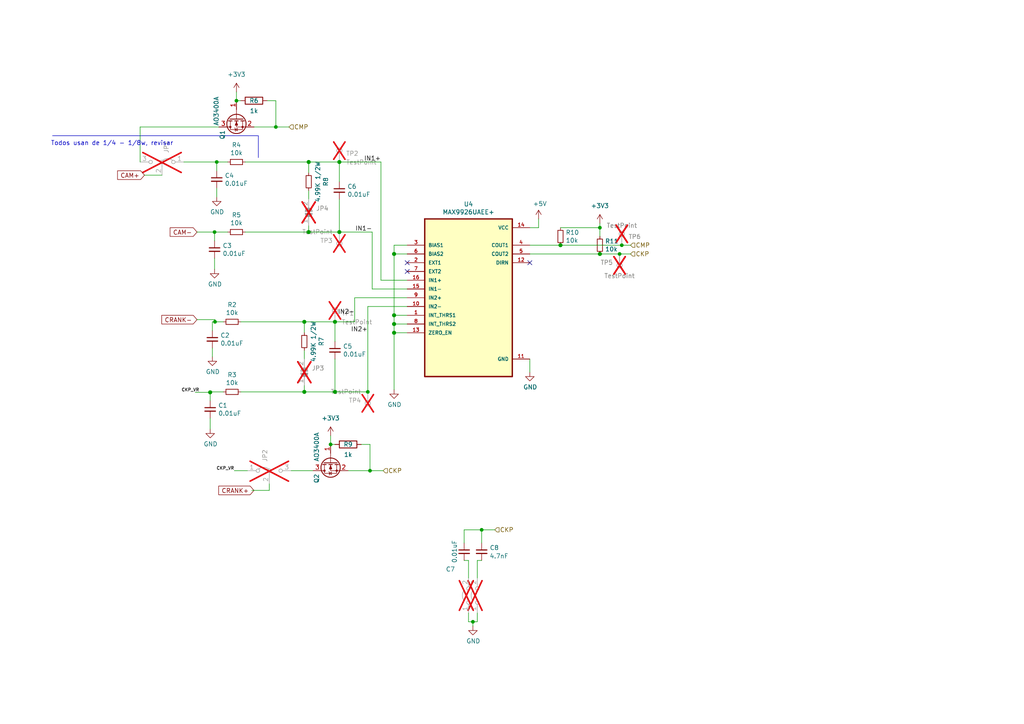
<source format=kicad_sch>
(kicad_sch (version 20231120) (generator "eeschema") (generator_version "8.0")
  (paper "A4")
  (title_block (title "μEFI (Speeduino FW compatible)") (date "2023-12-25") (rev "v6.1") (company "Churrosoft ®") (comment 1 "CERN-OHL-S-2.0 license"))
  (lib_symbols
    (symbol "Connector:TestPoint" (pin_numbers hide) (pin_names (offset 0.762) hide)
      (property "Reference" "TP" (at 0 6.858 0))
      (property "Value" "TestPoint" (at 0 5.08 0))
      (symbol "TestPoint_0_1"
        (circle (center 0 3.302) (radius 0.762))
      )
      (symbol "TestPoint_1_1"
        (pin passive line (at 0 0 90) (length 2.54) (name "1") (number "1"))
      )
    )
    (symbol "Device:C_Small" (pin_numbers hide) (pin_names (offset 0.254) hide)
      (property "Reference" "C" (at 0.254 1.778 0))
      (property "Value" "C_Small" (at 0.254 -2.032 0))
      (symbol "C_Small_0_1"
        (polyline (pts (xy -1.524 -0.508) (xy 1.524 -0.508)) (stroke (width 0.3302)))
        (polyline (pts (xy -1.524 0.508) (xy 1.524 0.508)) (stroke (width 0.3048)))
      )
      (symbol "C_Small_1_1"
        (pin passive line (at 0 2.54 270) (length 2.032) (name "~") (number "1"))
        (pin passive line (at 0 -2.54 90) (length 2.032) (name "~") (number "2"))
      )
    )
    (symbol "Device:R" (pin_numbers hide) (pin_names (offset 0))
      (property "Reference" "R" (at 2.032 0 90))
      (property "Value" "R" (at 0 0 90))
      (symbol "R_0_1"
        (rectangle (start -1.016 -2.54) (end 1.016 2.54) (stroke (width 0.254)))
      )
      (symbol "R_1_1"
        (pin passive line (at 0 3.81 270) (length 1.27) (name "~") (number "1"))
        (pin passive line (at 0 -3.81 90) (length 1.27) (name "~") (number "2"))
      )
    )
    (symbol "Device:R_Small" (pin_numbers hide) (pin_names (offset 0.254) hide)
      (property "Reference" "R" (at 0.762 0.508 0))
      (property "Value" "R_Small" (at 0.762 -1.016 0))
      (symbol "R_Small_0_1"
        (rectangle (start -0.762 1.778) (end 0.762 -1.778) (stroke (width 0.2032)))
      )
      (symbol "R_Small_1_1"
        (pin passive line (at 0 2.54 270) (length 0.762) (name "~") (number "1"))
        (pin passive line (at 0 -2.54 90) (length 0.762) (name "~") (number "2"))
      )
    )
    (symbol "Jumper:Jumper_2_Open" (pin_names (offset 0) hide)
      (property "Reference" "JP" (at 0 2.794 0))
      (property "Value" "Jumper_2_Open" (at 0 -2.286 0))
      (symbol "Jumper_2_Open_0_0"
        (circle (center -2.032 0) (radius 0.508))
        (circle (center 2.032 0) (radius 0.508))
      )
      (symbol "Jumper_2_Open_0_1"
        (arc (start 1.524 1.27) (mid 0 1.778) (end -1.524 1.27))
      )
      (symbol "Jumper_2_Open_1_1"
        (pin passive line (at -5.08 0 0) (length 2.54) (name "A") (number "1"))
        (pin passive line (at 5.08 0 180) (length 2.54) (name "B") (number "2"))
      )
    )
    (symbol "Jumper:Jumper_3_Bridged12" (pin_names (offset 0) hide)
      (property "Reference" "JP" (at -2.54 -2.54 0))
      (property "Value" "Jumper_3_Bridged12" (at 0 2.794 0))
      (symbol "Jumper_3_Bridged12_0_0"
        (circle (center -3.302 0) (radius 0.508))
        (circle (center 0 0) (radius 0.508))
        (circle (center 3.302 0) (radius 0.508))
      )
      (symbol "Jumper_3_Bridged12_0_1"
        (arc (start -0.254 0.508) (mid -1.651 0.9912) (end -3.048 0.508))
        (polyline (pts (xy 0 -1.27) (xy 0 -0.508)))
      )
      (symbol "Jumper_3_Bridged12_1_1"
        (pin passive line (at -6.35 0 0) (length 2.54) (name "A") (number "1"))
        (pin passive line (at 0 -3.81 90) (length 2.54) (name "C") (number "2"))
        (pin passive line (at 6.35 0 180) (length 2.54) (name "B") (number "3"))
      )
    )
    (symbol "Jumper:SolderJumper_2_Open" (pin_names (offset 0) hide)
      (property "Reference" "JP" (at 0 2.032 0))
      (property "Value" "SolderJumper_2_Open" (at 0 -2.54 0))
      (symbol "SolderJumper_2_Open_0_1"
        (arc (start -0.254 1.016) (mid -1.2656 0) (end -0.254 -1.016))
        (arc (start -0.254 1.016) (mid -1.2656 0) (end -0.254 -1.016) (fill (type outline)))
        (polyline (pts (xy -0.254 1.016) (xy -0.254 -1.016)))
        (polyline (pts (xy 0.254 1.016) (xy 0.254 -1.016)))
        (arc (start 0.254 -1.016) (mid 1.2656 0) (end 0.254 1.016))
        (arc (start 0.254 -1.016) (mid 1.2656 0) (end 0.254 1.016) (fill (type outline)))
      )
      (symbol "SolderJumper_2_Open_1_1"
        (pin passive line (at -3.81 0 0) (length 2.54) (name "A") (number "1"))
        (pin passive line (at 3.81 0 180) (length 2.54) (name "B") (number "2"))
      )
    )
    (symbol "OpenEFI-STM32-rev3:MAX9926UAEE+" (pin_names (offset 1.016))
      (property "Reference" "U" (at -12.7 23.8506 0))
      (property "Value" "MAX9926UAEE+" (at -12.7 -26.8478 0))
      (symbol "MAX9926UAEE+_0_0"
        (rectangle (start -12.7 -22.86) (end 12.7 22.86) (stroke (width 0.4064)) (fill (type background)))
        (pin input line (at -17.78 -5.08 0) (length 5.08) (name "INT_THRS1") (number "1"))
        (pin input line (at -17.78 -2.54 0) (length 5.08) (name "IN2-") (number "10"))
        (pin power_in line (at 17.78 -17.78 180) (length 5.08) (name "GND") (number "11"))
        (pin output line (at 17.78 10.16 180) (length 5.08) (name "DIRN") (number "12"))
        (pin input line (at -17.78 -10.16 0) (length 5.08) (name "ZERO_EN") (number "13"))
        (pin power_in line (at 17.78 20.32 180) (length 5.08) (name "VCC") (number "14"))
        (pin input line (at -17.78 2.54 0) (length 5.08) (name "IN1-") (number "15"))
        (pin input line (at -17.78 5.08 0) (length 5.08) (name "IN1+") (number "16"))
        (pin input line (at -17.78 10.16 0) (length 5.08) (name "EXT1") (number "2"))
        (pin input line (at -17.78 15.24 0) (length 5.08) (name "BIAS1") (number "3"))
        (pin output line (at 17.78 15.24 180) (length 5.08) (name "COUT1") (number "4"))
        (pin output line (at 17.78 12.7 180) (length 5.08) (name "COUT2") (number "5"))
        (pin input line (at -17.78 12.7 0) (length 5.08) (name "BIAS2") (number "6"))
        (pin input line (at -17.78 7.62 0) (length 5.08) (name "EXT2") (number "7"))
        (pin input line (at -17.78 -7.62 0) (length 5.08) (name "INT_THRS2") (number "8"))
        (pin input line (at -17.78 0 0) (length 5.08) (name "IN2+") (number "9"))
      )
    )
    (symbol "Transistor_FET:AO3400A" (pin_names hide)
      (property "Reference" "Q" (at 5.08 1.905 0))
      (property "Value" "AO3400A" (at 5.08 0 0))
      (symbol "AO3400A_0_1"
        (polyline (pts (xy 0.254 0) (xy -2.54 0)))
        (polyline (pts (xy 0.254 1.905) (xy 0.254 -1.905)) (stroke (width 0.254)))
        (polyline (pts (xy 0.762 -1.27) (xy 0.762 -2.286)) (stroke (width 0.254)))
        (polyline (pts (xy 0.762 0.508) (xy 0.762 -0.508)) (stroke (width 0.254)))
        (polyline (pts (xy 0.762 2.286) (xy 0.762 1.27)) (stroke (width 0.254)))
        (polyline (pts (xy 2.54 2.54) (xy 2.54 1.778)))
        (polyline (pts (xy 2.54 -2.54) (xy 2.54 0) (xy 0.762 0)))
        (polyline (pts (xy 0.762 -1.778) (xy 3.302 -1.778) (xy 3.302 1.778) (xy 0.762 1.778)))
        (polyline (pts (xy 1.016 0) (xy 2.032 0.381) (xy 2.032 -0.381) (xy 1.016 0)) (fill (type outline)))
        (polyline (pts (xy 2.794 0.508) (xy 2.921 0.381) (xy 3.683 0.381) (xy 3.81 0.254)))
        (polyline (pts (xy 3.302 0.381) (xy 2.921 -0.254) (xy 3.683 -0.254) (xy 3.302 0.381)))
        (circle (center 1.651 0) (radius 2.794) (stroke (width 0.254)))
        (circle (center 2.54 -1.778) (radius 0.254) (fill (type outline)))
        (circle (center 2.54 1.778) (radius 0.254) (fill (type outline)))
      )
      (symbol "AO3400A_1_1"
        (pin input line (at -5.08 0 0) (length 2.54) (name "G") (number "1"))
        (pin passive line (at 2.54 -5.08 90) (length 2.54) (name "S") (number "2"))
        (pin passive line (at 2.54 5.08 270) (length 2.54) (name "D") (number "3"))
      )
    )
    (symbol "power:+3V3" (power) (pin_names (offset 0))
      (property "Value" "+3V3" (at 0 3.556 0))
      (symbol "+3V3_0_1"
        (polyline (pts (xy -0.762 1.27) (xy 0 2.54)))
        (polyline (pts (xy 0 0) (xy 0 2.54)))
        (polyline (pts (xy 0 2.54) (xy 0.762 1.27)))
      )
      (symbol "+3V3_1_1"
        (pin power_in line (at 0 0 90) (length 0) hide (name "+3V3") (number "1"))
      )
    )
    (symbol "power:+5V" (power) (pin_names (offset 0))
      (property "Value" "+5V" (at 0 3.556 0))
      (symbol "+5V_0_1"
        (polyline (pts (xy -0.762 1.27) (xy 0 2.54)))
        (polyline (pts (xy 0 0) (xy 0 2.54)))
        (polyline (pts (xy 0 2.54) (xy 0.762 1.27)))
      )
      (symbol "+5V_1_1"
        (pin power_in line (at 0 0 90) (length 0) hide (name "+5V") (number "1"))
      )
    )
    (symbol "power:GND" (power) (pin_names (offset 0))
      (property "Value" "GND" (at 0 -3.81 0))
      (symbol "GND_0_1"
        (polyline (pts (xy 0 0) (xy 0 -1.27) (xy 1.27 -1.27) (xy 0 -2.54) (xy -1.27 -1.27) (xy 0 -1.27)))
      )
      (symbol "GND_1_1"
        (pin power_in line (at 0 0 270) (length 0) hide (name "GND") (number "1"))
      )
    )
  )
  (junction (at 179.705 73.66) (diameter 0.9144))
  (junction (at 114.3 93.98) (diameter 1.016))
  (junction (at 98.425 67.31) (diameter 1.016))
  (junction (at 62.357 93.345))
  (junction (at 88.265 93.345) (diameter 1.016))
  (junction (at 60.96 113.792) (diameter 1.016))
  (junction (at 180.34 71.12) (diameter 0.9144))
  (junction (at 97.155 93.345) (diameter 1.016))
  (junction (at 162.56 71.12) (diameter 1.016))
  (junction (at 173.99 73.66) (diameter 1.016))
  (junction (at 80.01 36.83))
  (junction (at 95.885 128.905))
  (junction (at 137.16 180.34))
  (junction (at 62.865 46.99))
  (junction (at 98.425 46.99) (diameter 1.016))
  (junction (at 89.535 46.99) (diameter 1.016))
  (junction (at 88.265 113.665) (diameter 1.016))
  (junction (at 62.23 67.31))
  (junction (at 139.7 153.67))
  (junction (at 68.58 29.21))
  (junction (at 106.68 113.665) (diameter 0.9144))
  (junction (at 97.155 113.665) (diameter 1.016))
  (junction (at 114.3 73.66) (diameter 1.016))
  (junction (at 173.99 66.04))
  (junction (at 114.3 96.52) (diameter 1.016))
  (junction (at 114.3 91.44) (diameter 1.016))
  (junction (at 107.315 136.525))
  (junction (at 89.535 67.31) (diameter 1.016))
  (no_connect (at 118.11 76.2))
  (no_connect (at 118.11 78.74))
  (no_connect (at 153.67 76.2))
  (wire (pts (xy 78.105 142.24) (xy 78.105 140.335)))
  (wire (pts (xy 156.21 63.5) (xy 156.21 66.04)))
  (wire (pts (xy 62.23 67.31) (xy 62.23 69.85)))
  (wire (pts (xy 102.87 86.36) (xy 102.87 93.345)))
  (wire (pts (xy 153.67 73.66) (xy 173.99 73.66)))
  (wire (pts (xy 114.3 91.44) (xy 118.11 91.44)))
  (wire (pts (xy 68.58 26.67) (xy 68.58 29.21)))
  (wire (pts (xy 90.805 136.525) (xy 84.455 136.525)))
  (wire (pts (xy 180.34 71.12) (xy 182.88 71.12)))
  (wire (pts (xy 139.7 153.67) (xy 139.7 157.48)))
  (wire (pts (xy 62.865 46.99) (xy 66.04 46.99)))
  (wire (pts (xy 97.155 99.06) (xy 97.155 93.345)))
  (wire (pts (xy 89.535 67.31) (xy 98.425 67.31)))
  (wire (pts (xy 68.58 29.21) (xy 69.85 29.21)))
  (wire (pts (xy 135.89 162.56) (xy 135.89 167.64)))
  (wire (pts (xy 107.315 128.905) (xy 107.315 136.525)))
  (wire (pts (xy 173.99 66.04) (xy 162.56 66.04)))
  (wire (pts (xy 137.16 180.34) (xy 138.43 180.34)))
  (wire (pts (xy 107.315 136.525) (xy 111.125 136.525)))
  (wire (pts (xy 80.01 36.83) (xy 73.66 36.83)))
  (wire (pts (xy 118.11 81.28) (xy 110.49 81.28)))
  (wire (pts (xy 153.67 104.14) (xy 153.67 107.95)))
  (wire (pts (xy 62.357 93.345) (xy 61.595 93.345)))
  (wire (pts (xy 135.89 177.8) (xy 135.89 180.34)))
  (wire (pts (xy 60.96 121.285) (xy 60.96 124.46)))
  (wire (pts (xy 89.535 55.245) (xy 89.535 57.785)))
  (wire (pts (xy 114.3 93.98) (xy 114.3 91.44)))
  (wire (pts (xy 88.265 111.76) (xy 88.265 113.665)))
  (wire (pts (xy 106.68 88.9) (xy 106.68 113.665)))
  (wire (pts (xy 114.3 93.98) (xy 118.11 93.98)))
  (wire (pts (xy 62.357 93.345) (xy 64.77 93.345)))
  (wire (pts (xy 138.43 162.56) (xy 138.43 167.64)))
  (wire (pts (xy 173.99 68.58) (xy 173.99 66.04)))
  (wire (pts (xy 53.34 46.99) (xy 62.865 46.99)))
  (wire (pts (xy 69.85 113.665) (xy 88.265 113.665)))
  (wire (pts (xy 62.865 54.61) (xy 62.865 57.15)))
  (wire (pts (xy 114.3 113.03) (xy 114.3 96.52)))
  (wire (pts (xy 95.885 128.905) (xy 97.155 128.905)))
  (wire (pts (xy 60.96 113.665) (xy 64.77 113.665)))
  (wire (pts (xy 62.357 92.71) (xy 62.357 93.345)))
  (wire (pts (xy 56.642 113.792) (xy 60.96 113.792)))
  (wire (pts (xy 98.425 46.99) (xy 89.535 46.99)))
  (wire (pts (xy 107.95 83.82) (xy 107.95 67.31)))
  (wire (pts (xy 60.96 113.665) (xy 60.96 113.792)))
  (polyline (pts (xy 74.93 45.72) (xy 74.93 39.37)))
  (wire (pts (xy 114.3 73.66) (xy 114.3 91.44)))
  (wire (pts (xy 57.15 67.31) (xy 62.23 67.31)))
  (wire (pts (xy 110.49 46.99) (xy 98.425 46.99)))
  (wire (pts (xy 80.01 29.21) (xy 80.01 36.83)))
  (wire (pts (xy 137.16 180.34) (xy 137.16 181.61)))
  (wire (pts (xy 71.12 67.31) (xy 89.535 67.31)))
  (wire (pts (xy 118.11 86.36) (xy 102.87 86.36)))
  (wire (pts (xy 61.595 95.885) (xy 61.595 93.345)))
  (wire (pts (xy 73.025 142.24) (xy 78.105 142.24)))
  (wire (pts (xy 173.99 73.66) (xy 179.705 73.66)))
  (wire (pts (xy 61.595 100.965) (xy 61.595 103.505)))
  (wire (pts (xy 139.7 162.56) (xy 138.43 162.56)))
  (wire (pts (xy 179.705 73.66) (xy 182.88 73.66)))
  (wire (pts (xy 89.535 50.165) (xy 89.535 46.99)))
  (wire (pts (xy 89.535 65.405) (xy 89.535 67.31)))
  (wire (pts (xy 88.265 113.665) (xy 97.155 113.665)))
  (wire (pts (xy 104.775 128.905) (xy 107.315 128.905)))
  (wire (pts (xy 98.425 57.785) (xy 98.425 67.31)))
  (wire (pts (xy 139.7 153.67) (xy 143.51 153.67)))
  (wire (pts (xy 107.315 136.525) (xy 100.965 136.525)))
  (wire (pts (xy 134.62 153.67) (xy 139.7 153.67)))
  (wire (pts (xy 97.155 93.345) (xy 88.265 93.345)))
  (wire (pts (xy 114.3 96.52) (xy 114.3 93.98)))
  (wire (pts (xy 118.11 83.82) (xy 107.95 83.82)))
  (wire (pts (xy 134.62 157.48) (xy 134.62 153.67)))
  (wire (pts (xy 138.43 177.8) (xy 138.43 180.34)))
  (wire (pts (xy 88.265 101.6) (xy 88.265 104.14)))
  (wire (pts (xy 80.01 36.83) (xy 83.82 36.83)))
  (wire (pts (xy 118.11 71.12) (xy 114.3 71.12)))
  (wire (pts (xy 88.265 96.52) (xy 88.265 93.345)))
  (wire (pts (xy 118.11 88.9) (xy 106.68 88.9)))
  (wire (pts (xy 135.89 180.34) (xy 137.16 180.34)))
  (wire (pts (xy 134.62 162.56) (xy 135.89 162.56)))
  (wire (pts (xy 110.49 81.28) (xy 110.49 46.99)))
  (wire (pts (xy 62.865 49.53) (xy 62.865 46.99)))
  (wire (pts (xy 71.12 46.99) (xy 89.535 46.99)))
  (wire (pts (xy 114.3 71.12) (xy 114.3 73.66)))
  (wire (pts (xy 153.67 71.12) (xy 162.56 71.12)))
  (wire (pts (xy 106.68 113.665) (xy 97.155 113.665)))
  (wire (pts (xy 95.885 126.365) (xy 95.885 128.905)))
  (wire (pts (xy 114.3 96.52) (xy 118.11 96.52)))
  (wire (pts (xy 98.425 52.705) (xy 98.425 46.99)))
  (wire (pts (xy 107.95 67.31) (xy 98.425 67.31)))
  (wire (pts (xy 57.15 92.71) (xy 62.357 92.71)))
  (wire (pts (xy 156.21 66.04) (xy 153.67 66.04)))
  (wire (pts (xy 173.99 64.77) (xy 173.99 66.04)))
  (wire (pts (xy 60.96 113.792) (xy 60.96 116.205)))
  (wire (pts (xy 77.47 29.21) (xy 80.01 29.21)))
  (wire (pts (xy 118.11 73.66) (xy 114.3 73.66)))
  (wire (pts (xy 97.155 104.14) (xy 97.155 113.665)))
  (polyline (pts (xy 15.24 39.37) (xy 74.93 39.37)))
  (wire (pts (xy 40.64 36.83) (xy 63.5 36.83)))
  (wire (pts (xy 102.87 93.345) (xy 97.155 93.345)))
  (wire (pts (xy 62.23 67.31) (xy 66.04 67.31)))
  (wire (pts (xy 62.23 74.93) (xy 62.23 78.105)))
  (wire (pts (xy 40.64 46.99) (xy 40.64 36.83)))
  (wire (pts (xy 162.56 71.12) (xy 180.34 71.12)))
  (wire (pts (xy 67.945 136.525) (xy 71.755 136.525)))
  (wire (pts (xy 69.85 93.345) (xy 88.265 93.345)))
  (wire (pts (xy 41.91 50.8) (xy 46.99 50.8)))
  (text "Todos usan de 1/4 - 1/8w, revisar" (at 32.512 41.656 0) (effects (font (size 1.27 1.27))))
  (label "CKP_VR" (at 57.8104 113.792 180) (effects (font (size 0.889 0.889))))
  (label "IN2-" (at 102.87 91.44 180))
  (label "IN1-" (at 107.95 67.31 180))
  (label "IN1+" (at 110.49 46.99 180))
  (label "CKP_VR" (at 67.945 136.525 180) (effects (font (size 0.889 0.889))))
  (label "IN2+" (at 106.68 96.52 180))
  (global_label "CAM+" (shape input) (at 41.91 50.8 180) (property "Intersheetrefs" "${INTERSHEET_REFS}" (effects (hide yes))))
  (global_label "CAM-" (shape input) (at 57.15 67.31 180) (property "Intersheetrefs" "${INTERSHEET_REFS}" (effects (hide yes))))
  (global_label "CRANK+" (shape input) (at 73.66 142.24 180) (property "Intersheetrefs" "${INTERSHEET_REFS}" (effects (hide yes))))
  (global_label "CRANK-" (shape input) (at 57.15 92.71 180) (property "Intersheetrefs" "${INTERSHEET_REFS}" (effects (hide yes))))
  (hierarchical_label "CMP" (shape input) (at 182.88 71.12 0))
  (hierarchical_label "CKP" (shape input) (at 143.51 153.67 0))
  (hierarchical_label "CMP" (shape input) (at 83.82 36.83 0))
  (hierarchical_label "CKP" (shape input) (at 111.125 136.525 0))
  (hierarchical_label "CKP" (shape input) (at 182.88 73.66 0))
  (symbol (lib_id "Device:C_Small") (at 60.96 118.745 0) (unit 1)
    (property "Reference" "C1" (at 63.2842 117.5956 0) (effects (justify left)))
    (property "Value" "0.01uF" (at 63.2842 119.8943 0) (effects (justify left)))
    (property "Footprint" "Capacitor_SMD:C_0805_2012Metric" (effects (hide yes)))
    (property "LCSC" "C100042" (effects (hide yes)))
    (property "STOCK" "CAP-000323-00" (effects (hide yes)))
  )
  (symbol (lib_id "power:GND") (at 60.96 124.46 0) (unit 1)
    (property "Reference" "#PWR08" (effects (hide yes)))
    (property "Value" "GND" (at 61.0743 128.7844 0))
  )
  (symbol (lib_id "power:GND") (at 153.67 107.95 0) (unit 1)
    (property "Reference" "#PWR021" (effects (hide yes)))
    (property "Value" "GND" (at 153.7843 112.2744 0))
  )
  (symbol (lib_id "Device:C_Small") (at 139.7 160.02 0) (unit 1)
    (property "Reference" "C8" (at 142.0242 158.8706 0) (effects (justify left)))
    (property "Value" "4.7nF" (at 141.986 161.29 0) (effects (justify left)))
    (property "Footprint" "Capacitor_SMD:C_0805_2012Metric" (effects (hide yes)))
    (property "LCSC" "C106218" (effects (hide yes)))
    (property "STOCK" "CAP-000324-00" (effects (hide yes)))
  )
  (symbol (lib_id "Device:R") (at 100.965 128.905 90) (mirror x) (unit 1)
    (property "Reference" "R9" (at 100.965 128.905 90))
    (property "Value" "1k" (at 100.965 131.8514 90))
    (property "Footprint" "Resistor_SMD:R_0603_1608Metric" (effects (hide yes)))
    (property "LCSC" "C21190" (effects (hide yes)))
    (property "STOCK" "RES-000107-00" (effects (hide yes)))
  )
  (symbol (lib_id "Transistor_FET:AO3400A") (at 68.58 34.29 90) (mirror x) (unit 1)
    (property "Reference" "Q1" (at 64.5159 37.719 0) (effects (justify left)))
    (property "Value" "AO3400A" (at 62.738 27.94 0) (effects (justify left)))
    (property "Footprint" "Package_TO_SOT_SMD:SOT-23" (effects (hide yes)))
    (property "Datasheet" "http://www.aosmd.com/pdfs/datasheet/AO3400A.pdf" (effects (hide yes)))
    (property "LCSC" "C347475" (effects (hide yes)))
    (property "STOCK" "TRA-000186-00" (effects (hide yes)))
  )
  (symbol (lib_id "Device:C_Small") (at 98.425 55.245 0) (unit 1)
    (property "Reference" "C6" (at 100.7492 54.0956 0) (effects (justify left)))
    (property "Value" "0.01uF" (at 100.7492 56.3943 0) (effects (justify left)))
    (property "Footprint" "Capacitor_SMD:C_0805_2012Metric" (effects (hide yes)))
    (property "LCSC" "C100042" (effects (hide yes)))
    (property "STOCK" "CAP-000323-00" (effects (hide yes)))
  )
  (symbol (lib_id "Transistor_FET:AO3400A") (at 95.885 133.985 90) (mirror x) (unit 1)
    (property "Reference" "Q2" (at 91.8209 137.414 0) (effects (justify left)))
    (property "Value" "AO3400A" (at 91.821 125.349 0) (effects (justify left)))
    (property "Footprint" "Package_TO_SOT_SMD:SOT-23" (effects (hide yes)))
    (property "Datasheet" "http://www.aosmd.com/pdfs/datasheet/AO3400A.pdf" (effects (hide yes)))
    (property "LCSC" "C347475" (effects (hide yes)))
    (property "STOCK" "TRA-000186-00" (effects (hide yes)))
  )
  (symbol (lib_id "Jumper:Jumper_2_Open") (at 138.43 172.72 90) (unit 1) (in_bom no) (dnp yes)
    (property "Reference" "JP12" (effects (hide yes)))
    (property "Value" "Jumper_2_Open" (effects (hide yes)))
    (property "Footprint" "Jumper:SolderJumper-2_P1.3mm_Open_RoundedPad1.0x1.5mm" (effects (hide yes)))
    (property "Description" "Jumper, 2-pole, open" (effects (hide yes)))
  )
  (symbol (lib_id "Jumper:Jumper_3_Bridged12") (at 78.105 136.525 0) (unit 1) (in_bom no) (dnp yes)
    (property "Reference" "JP2" (at 76.835 133.985 90) (effects (justify left)))
    (property "Value" "Jumper_3_Bridged12" (effects (hide yes)))
    (property "Footprint" "Jumper:SolderJumper-3_P1.3mm_Bridged12_Pad1.0x1.5mm" (effects (hide yes)))
  )
  (symbol (lib_id "Jumper:SolderJumper_2_Open") (at 89.535 61.595 90) (unit 1) (in_bom no) (dnp yes)
    (property "Reference" "JP4" (at 91.6687 60.4456 90) (effects (justify right)))
    (property "Value" "SolderJumper_2_Open" (effects (hide yes)))
    (property "Footprint" "Jumper:SolderJumper-2_P1.3mm_Open_RoundedPad1.0x1.5mm" (effects (hide yes)))
  )
  (symbol (lib_id "Device:R_Small") (at 89.535 52.705 0) (unit 1)
    (property "Reference" "R8" (at 94.4818 52.705 90))
    (property "Value" "4.99K 1/2W" (at 92.1831 52.705 90))
    (property "Footprint" "Resistor_SMD:R_0805_2012Metric" (effects (hide yes)))
    (property "LCSC" "C2933454" (effects (hide yes)))
    (property "STOCK" "RES-000337-00" (effects (hide yes)))
  )
  (symbol (lib_id "Device:C_Small") (at 62.23 72.39 0) (unit 1)
    (property "Reference" "C3" (at 64.5542 71.2406 0) (effects (justify left)))
    (property "Value" "0.01uF" (at 64.5542 73.5393 0) (effects (justify left)))
    (property "Footprint" "Capacitor_SMD:C_0805_2012Metric" (effects (hide yes)))
    (property "LCSC" "C100042" (effects (hide yes)))
    (property "STOCK" "CAP-000323-00" (effects (hide yes)))
  )
  (symbol (lib_id "power:+3V3") (at 173.99 64.77 0) (unit 1)
    (property "Reference" "#PWR023" (effects (hide yes)))
    (property "Value" "+3V3" (at 173.99 59.69 0))
  )
  (symbol (lib_id "Connector:TestPoint") (at 97.155 93.345 0) (unit 1) (in_bom no) (dnp yes)
    (property "Reference" "TP1" (at 99.06 90.8684 0) (effects (justify left)))
    (property "Value" "TestPoint" (at 99.06 93.4084 0) (effects (justify left)))
    (property "Footprint" "TestPoint:TestPoint_Pad_1.0x1.0mm" (effects (hide yes)))
  )
  (symbol (lib_id "Connector:TestPoint") (at 98.425 46.99 0) (unit 1) (in_bom no) (dnp yes)
    (property "Reference" "TP2" (at 100.33 44.5134 0) (effects (justify left)))
    (property "Value" "TestPoint" (at 100.33 47.0534 0) (effects (justify left)))
    (property "Footprint" "TestPoint:TestPoint_Pad_1.0x1.0mm" (effects (hide yes)))
  )
  (symbol (lib_id "Device:C_Small") (at 97.155 101.6 0) (unit 1)
    (property "Reference" "C5" (at 99.4792 100.4506 0) (effects (justify left)))
    (property "Value" "0.01uF" (at 99.4792 102.7493 0) (effects (justify left)))
    (property "Footprint" "Capacitor_SMD:C_0805_2012Metric" (effects (hide yes)))
    (property "LCSC" "C100042" (effects (hide yes)))
    (property "STOCK" "CAP-000323-00" (effects (hide yes)))
  )
  (symbol (lib_id "Device:R") (at 73.66 29.21 90) (mirror x) (unit 1)
    (property "Reference" "R6" (at 73.66 29.21 90))
    (property "Value" "1k" (at 73.66 32.1564 90))
    (property "Footprint" "Resistor_SMD:R_0603_1608Metric" (effects (hide yes)))
    (property "LCSC" "C21190" (effects (hide yes)))
    (property "STOCK" "RES-000107-00" (effects (hide yes)))
  )
  (symbol (lib_id "Device:R_Small") (at 68.58 46.99 90) (unit 1)
    (property "Reference" "R4" (at 68.58 42.0432 90))
    (property "Value" "10k" (at 68.58 44.3419 90))
    (property "Footprint" "Resistor_SMD:R_0603_1608Metric" (effects (hide yes)))
    (property "LCSC" "C115324" (effects (hide yes)))
    (property "STOCK" "RES-000118-00" (effects (hide yes)))
  )
  (symbol (lib_id "Device:R_Small") (at 67.31 113.665 90) (unit 1)
    (property "Reference" "R3" (at 67.31 108.7182 90))
    (property "Value" "10k" (at 67.31 111.0169 90))
    (property "Footprint" "Resistor_SMD:R_0603_1608Metric" (effects (hide yes)))
    (property "LCSC" "C115324" (effects (hide yes)))
    (property "STOCK" "RES-000118-00" (effects (hide yes)))
  )
  (symbol (lib_id "Jumper:SolderJumper_2_Open") (at 88.265 107.95 90) (unit 1) (in_bom no) (dnp yes)
    (property "Reference" "JP3" (at 90.3987 106.8006 90) (effects (justify right)))
    (property "Value" "SolderJumper_2_Open" (effects (hide yes)))
    (property "Footprint" "Jumper:SolderJumper-2_P1.3mm_Open_RoundedPad1.0x1.5mm" (effects (hide yes)))
  )
  (symbol (lib_id "Device:C_Small") (at 62.865 52.07 0) (unit 1)
    (property "Reference" "C4" (at 65.1892 50.9206 0) (effects (justify left)))
    (property "Value" "0.01uF" (at 65.1892 53.2193 0) (effects (justify left)))
    (property "Footprint" "Capacitor_SMD:C_0805_2012Metric" (effects (hide yes)))
    (property "LCSC" "C100042" (effects (hide yes)))
    (property "STOCK" "CAP-000323-00" (effects (hide yes)))
  )
  (symbol (lib_id "Jumper:Jumper_2_Open") (at 135.89 172.72 90) (unit 1) (in_bom no) (dnp yes)
    (property "Reference" "JP11" (effects (hide yes)))
    (property "Value" "Jumper_2_Open" (effects (hide yes)))
    (property "Footprint" "Jumper:SolderJumper-2_P1.3mm_Open_RoundedPad1.0x1.5mm" (effects (hide yes)))
    (property "Description" "Jumper, 2-pole, open" (effects (hide yes)))
  )
  (symbol (lib_id "power:GND") (at 62.865 57.15 0) (unit 1)
    (property "Reference" "#PWR011" (effects (hide yes)))
    (property "Value" "GND" (at 62.9793 61.4744 0))
  )
  (symbol (lib_id "power:+3V3") (at 68.58 26.67 0) (unit 1)
    (property "Reference" "#PWR012" (effects (hide yes)))
    (property "Value" "+3V3" (at 68.58 21.59 0))
  )
  (symbol (lib_id "Device:C_Small") (at 134.62 160.02 0) (unit 1)
    (property "Reference" "C7" (at 129.286 165.1 0) (effects (justify left)))
    (property "Value" "0.01uF" (at 131.826 163.322 90) (effects (justify left)))
    (property "Footprint" "Capacitor_SMD:C_0805_2012Metric" (effects (hide yes)))
    (property "LCSC" "C100042" (effects (hide yes)))
    (property "STOCK" "CAP-000323-00" (effects (hide yes)))
  )
  (symbol (lib_id "power:+5V") (at 156.21 63.5 0) (unit 1)
    (property "Reference" "#PWR022" (effects (hide yes)))
    (property "Value" "+5V" (at 156.591 59.1058 0))
  )
  (symbol (lib_id "Jumper:Jumper_3_Bridged12") (at 46.99 46.99 0) (mirror y) (unit 1) (in_bom no) (dnp yes)
    (property "Reference" "JP1" (at 48.26 44.45 90) (effects (justify left)))
    (property "Value" "Jumper_3_Bridged12" (effects (hide yes)))
    (property "Footprint" "Jumper:SolderJumper-3_P1.3mm_Bridged12_Pad1.0x1.5mm" (effects (hide yes)))
  )
  (symbol (lib_id "Device:R_Small") (at 162.56 68.58 0) (unit 1)
    (property "Reference" "R10" (at 164.0587 67.4306 0) (effects (justify left)))
    (property "Value" "10k" (at 164.0587 69.7293 0) (effects (justify left)))
    (property "Footprint" "Resistor_SMD:R_0603_1608Metric" (effects (hide yes)))
    (property "LCSC" "C115324" (effects (hide yes)))
    (property "STOCK" "RES-000118-00" (effects (hide yes)))
  )
  (symbol (lib_id "power:GND") (at 114.3 113.03 0) (unit 1)
    (property "Reference" "#PWR014" (effects (hide yes)))
    (property "Value" "GND" (at 114.4143 117.3544 0))
  )
  (symbol (lib_id "Connector:TestPoint") (at 179.705 73.66 180) (unit 1) (in_bom no) (dnp yes)
    (property "Reference" "TP5" (at 177.8 76.1366 0) (effects (justify left)))
    (property "Value" "TestPoint" (at 184.15 80.01 0) (effects (justify left)))
    (property "Footprint" "TestPoint:TestPoint_Pad_1.0x1.0mm" (effects (hide yes)))
  )
  (symbol (lib_id "Device:R_Small") (at 173.99 71.12 0) (unit 1)
    (property "Reference" "R11" (at 175.4887 69.9706 0) (effects (justify left)))
    (property "Value" "10k" (at 175.4887 72.2693 0) (effects (justify left)))
    (property "Footprint" "Resistor_SMD:R_0603_1608Metric" (effects (hide yes)))
    (property "LCSC" "C115324" (effects (hide yes)))
    (property "STOCK" "RES-000118-00" (effects (hide yes)))
  )
  (symbol (lib_id "power:GND") (at 61.595 103.505 0) (unit 1)
    (property "Reference" "#PWR09" (effects (hide yes)))
    (property "Value" "GND" (at 61.7093 107.8294 0))
  )
  (symbol (lib_id "Connector:TestPoint") (at 180.34 71.12 0) (unit 1) (in_bom no) (dnp yes)
    (property "Reference" "TP6" (at 182.245 68.6434 0) (effects (justify left)))
    (property "Value" "TestPoint" (at 175.895 65.405 0) (effects (justify left)))
    (property "Footprint" "TestPoint:TestPoint_Pad_1.0x1.0mm" (effects (hide yes)))
  )
  (symbol (lib_id "Connector:TestPoint") (at 98.425 67.31 180) (unit 1) (in_bom no) (dnp yes)
    (property "Reference" "TP3" (at 96.52 69.7866 0) (effects (justify left)))
    (property "Value" "TestPoint" (at 96.52 67.2466 0) (effects (justify left)))
    (property "Footprint" "TestPoint:TestPoint_Pad_1.0x1.0mm" (effects (hide yes)))
  )
  (symbol (lib_id "power:+3V3") (at 95.885 126.365 0) (unit 1)
    (property "Reference" "#PWR013" (effects (hide yes)))
    (property "Value" "+3V3" (at 95.885 121.285 0))
  )
  (symbol (lib_id "Device:R_Small") (at 88.265 99.06 0) (unit 1)
    (property "Reference" "R7" (at 93.2118 99.06 90))
    (property "Value" "4.99K 1/2W" (at 90.9131 99.06 90))
    (property "Footprint" "Resistor_SMD:R_0805_2012Metric" (effects (hide yes)))
    (property "LCSC" "C2933454" (effects (hide yes)))
    (property "STOCK" "RES-000337-00" (effects (hide yes)))
  )
  (symbol (lib_id "OpenEFI-STM32-rev3:MAX9926UAEE+") (at 135.89 86.36 0) (unit 1) (in_bom no)
    (property "Reference" "U4" (at 135.89 59.2136 0))
    (property "Value" "MAX9926UAEE+" (at 135.89 61.5123 0))
    (property "Footprint" "Package_SO:QSOP-16_3.9x4.9mm_P0.635mm" (effects (hide yes)))
    (property "Description" "Variable Reluctance Sensor Interface 16-Pin QSOP Tube" (effects (hide yes)))
    (property "MF" "Maxim Integrated" (effects (hide yes)))
    (property "Availability" "Unavailable" (effects (hide yes)))
    (property "Package" "QSOP-16 Maxim" (effects (hide yes)))
    (property "MP" "MAX9926UAEE+" (effects (hide yes)))
    (property "Price" "None" (effects (hide yes)))
    (property "LCSC" "-" (effects (hide yes)))
    (property "STOCK" "ICS-000034-00" (effects (hide yes)))
  )
  (symbol (lib_id "Connector:TestPoint") (at 106.68 113.665 180) (unit 1) (in_bom no) (dnp yes)
    (property "Reference" "TP4" (at 104.775 116.1416 0) (effects (justify left)))
    (property "Value" "TestPoint" (at 104.775 113.6016 0) (effects (justify left)))
    (property "Footprint" "TestPoint:TestPoint_Pad_1.0x1.0mm" (effects (hide yes)))
  )
  (symbol (lib_id "power:GND") (at 62.23 78.105 0) (unit 1)
    (property "Reference" "#PWR010" (effects (hide yes)))
    (property "Value" "GND" (at 62.3443 82.4294 0))
  )
  (symbol (lib_id "power:GND") (at 137.16 181.61 0) (unit 1)
    (property "Reference" "#PWR015" (effects (hide yes)))
    (property "Value" "GND" (at 137.2743 185.9344 0))
  )
  (symbol (lib_id "Device:R_Small") (at 67.31 93.345 90) (unit 1)
    (property "Reference" "R2" (at 67.31 88.3982 90))
    (property "Value" "10k" (at 67.31 90.6969 90))
    (property "Footprint" "Resistor_SMD:R_0603_1608Metric" (effects (hide yes)))
    (property "LCSC" "C115324" (effects (hide yes)))
    (property "STOCK" "RES-000118-00" (effects (hide yes)))
  )
  (symbol (lib_id "Device:C_Small") (at 61.595 98.425 0) (unit 1)
    (property "Reference" "C2" (at 63.9192 97.2756 0) (effects (justify left)))
    (property "Value" "0.01uF" (at 63.9192 99.5743 0) (effects (justify left)))
    (property "Footprint" "Capacitor_SMD:C_0805_2012Metric" (effects (hide yes)))
    (property "LCSC" "C100042" (effects (hide yes)))
    (property "STOCK" "CAP-000323-00" (effects (hide yes)))
  )
  (symbol (lib_id "Device:R_Small") (at 68.58 67.31 90) (unit 1)
    (property "Reference" "R5" (at 68.58 62.3632 90))
    (property "Value" "10k" (at 68.58 64.6619 90))
    (property "Footprint" "Resistor_SMD:R_0603_1608Metric" (effects (hide yes)))
    (property "LCSC" "C115324" (effects (hide yes)))
    (property "STOCK" "RES-000118-00" (effects (hide yes)))
  )
)
</source>
